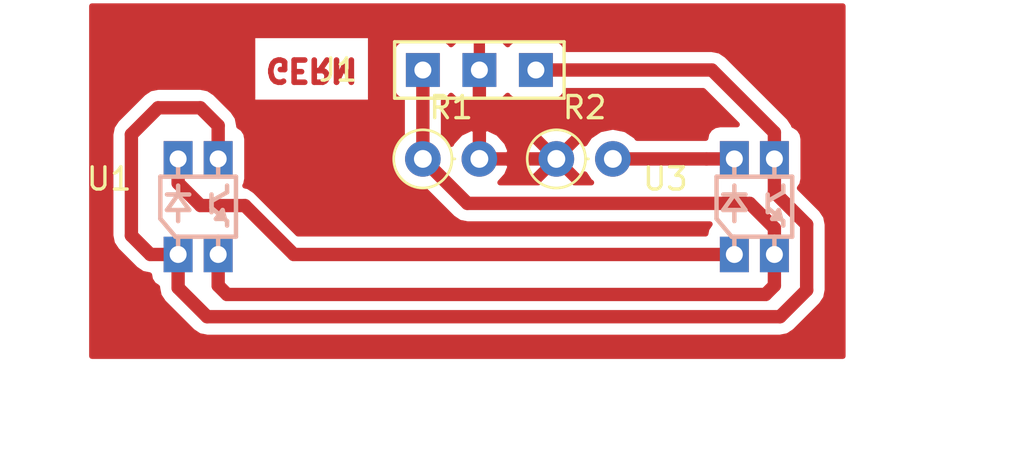
<source format=kicad_pcb>
(kicad_pcb (version 4) (host pcbnew 4.0.7)

  (general
    (links 10)
    (no_connects 5)
    (area 0 0 0 0)
    (thickness 1.6)
    (drawings 3)
    (tracks 36)
    (zones 0)
    (modules 5)
    (nets 6)
  )

  (page A4)
  (layers
    (0 F.Cu signal)
    (31 B.Cu signal)
    (32 B.Adhes user)
    (33 F.Adhes user)
    (34 B.Paste user)
    (35 F.Paste user)
    (36 B.SilkS user)
    (37 F.SilkS user)
    (38 B.Mask user)
    (39 F.Mask user)
    (40 Dwgs.User user)
    (41 Cmts.User user)
    (42 Eco1.User user)
    (43 Eco2.User user)
    (44 Edge.Cuts user)
    (45 Margin user)
    (46 B.CrtYd user)
    (47 F.CrtYd user)
    (48 B.Fab user)
    (49 F.Fab user)
  )

  (setup
    (last_trace_width 0.6)
    (trace_clearance 0.4)
    (zone_clearance 0.508)
    (zone_45_only yes)
    (trace_min 0.2)
    (segment_width 0.2)
    (edge_width 0.15)
    (via_size 0.6)
    (via_drill 0.4)
    (via_min_size 0.4)
    (via_min_drill 0.3)
    (uvia_size 0.3)
    (uvia_drill 0.1)
    (uvias_allowed no)
    (uvia_min_size 0.2)
    (uvia_min_drill 0.1)
    (pcb_text_width 0.3)
    (pcb_text_size 1.5 1.5)
    (mod_edge_width 0.15)
    (mod_text_size 1 1)
    (mod_text_width 0.15)
    (pad_size 1.524 1.524)
    (pad_drill 0.762)
    (pad_to_mask_clearance 0.2)
    (aux_axis_origin 0 0)
    (visible_elements 7FFFFFFF)
    (pcbplotparams
      (layerselection 0x00000_00000001)
      (usegerberextensions false)
      (excludeedgelayer true)
      (linewidth 0.100000)
      (plotframeref false)
      (viasonmask false)
      (mode 1)
      (useauxorigin false)
      (hpglpennumber 1)
      (hpglpenspeed 20)
      (hpglpendiameter 15)
      (hpglpenoverlay 2)
      (psnegative false)
      (psa4output false)
      (plotreference false)
      (plotvalue false)
      (plotinvisibletext false)
      (padsonsilk false)
      (subtractmaskfromsilk false)
      (outputformat 4)
      (mirror false)
      (drillshape 1)
      (scaleselection 1)
      (outputdirectory ""))
  )

  (net 0 "")
  (net 1 /VCC)
  (net 2 /GND)
  (net 3 /Out)
  (net 4 "Net-(R2-Pad2)")
  (net 5 "Net-(U1-Pad2)")

  (net_class Default "Esta é a classe de net default."
    (clearance 0.4)
    (trace_width 0.6)
    (via_dia 0.6)
    (via_drill 0.4)
    (uvia_dia 0.3)
    (uvia_drill 0.1)
    (add_net /GND)
    (add_net /Out)
    (add_net /VCC)
    (add_net "Net-(R2-Pad2)")
    (add_net "Net-(U1-Pad2)")
  )

  (module FootLibAlan:barra3pins (layer F.Cu) (tedit 5A7DFFE2) (tstamp 5B89CD49)
    (at 153.54 91 180)
    (path /5B6DFC83)
    (fp_text reference J1 (at 6.35 0 180) (layer F.SilkS)
      (effects (font (size 1 1) (thickness 0.15)))
    )
    (fp_text value Conn_01x03_Female (at 0 -2.54 180) (layer F.Fab)
      (effects (font (size 1 1) (thickness 0.15)))
    )
    (fp_line (start -3.81 1.27) (end 3.81 1.27) (layer F.SilkS) (width 0.15))
    (fp_line (start 3.81 1.27) (end 3.81 -1.27) (layer F.SilkS) (width 0.15))
    (fp_line (start 3.81 -1.27) (end -3.81 -1.27) (layer F.SilkS) (width 0.15))
    (fp_line (start -3.81 -1.27) (end -3.81 1.27) (layer F.SilkS) (width 0.15))
    (pad 1 thru_hole rect (at -2.54 0 180) (size 1.524 1.524) (drill 0.762) (layers *.Cu *.Mask)
      (net 1 /VCC))
    (pad 2 thru_hole rect (at 0 0 180) (size 1.524 1.524) (drill 0.762) (layers *.Cu *.Mask)
      (net 2 /GND))
    (pad 3 thru_hole rect (at 2.54 0 180) (size 1.524 1.524) (drill 0.762) (layers *.Cu *.Mask)
      (net 3 /Out))
  )

  (module Resistors_THT:R_Axial_DIN0207_L6.3mm_D2.5mm_P2.54mm_Vertical (layer F.Cu) (tedit 5874F706) (tstamp 5B89CD57)
    (at 151 95)
    (descr "Resistor, Axial_DIN0207 series, Axial, Vertical, pin pitch=2.54mm, 0.25W = 1/4W, length*diameter=6.3*2.5mm^2, http://cdn-reichelt.de/documents/datenblatt/B400/1_4W%23YAG.pdf")
    (tags "Resistor Axial_DIN0207 series Axial Vertical pin pitch 2.54mm 0.25W = 1/4W length 6.3mm diameter 2.5mm")
    (path /5B6DFE82)
    (fp_text reference R1 (at 1.27 -2.31) (layer F.SilkS)
      (effects (font (size 1 1) (thickness 0.15)))
    )
    (fp_text value R (at 1.27 2.31) (layer F.Fab)
      (effects (font (size 1 1) (thickness 0.15)))
    )
    (fp_circle (center 0 0) (end 1.25 0) (layer F.Fab) (width 0.1))
    (fp_circle (center 0 0) (end 1.31 0) (layer F.SilkS) (width 0.12))
    (fp_line (start 0 0) (end 2.54 0) (layer F.Fab) (width 0.1))
    (fp_line (start 1.31 0) (end 1.44 0) (layer F.SilkS) (width 0.12))
    (fp_line (start -1.6 -1.6) (end -1.6 1.6) (layer F.CrtYd) (width 0.05))
    (fp_line (start -1.6 1.6) (end 3.65 1.6) (layer F.CrtYd) (width 0.05))
    (fp_line (start 3.65 1.6) (end 3.65 -1.6) (layer F.CrtYd) (width 0.05))
    (fp_line (start 3.65 -1.6) (end -1.6 -1.6) (layer F.CrtYd) (width 0.05))
    (pad 1 thru_hole circle (at 0 0) (size 1.6 1.6) (drill 0.8) (layers *.Cu *.Mask)
      (net 3 /Out))
    (pad 2 thru_hole oval (at 2.54 0) (size 1.6 1.6) (drill 0.8) (layers *.Cu *.Mask)
      (net 2 /GND))
    (model ${KISYS3DMOD}/Resistors_THT.3dshapes/R_Axial_DIN0207_L6.3mm_D2.5mm_P2.54mm_Vertical.wrl
      (at (xyz 0 0 0))
      (scale (xyz 0.393701 0.393701 0.393701))
      (rotate (xyz 0 0 0))
    )
  )

  (module Resistors_THT:R_Axial_DIN0207_L6.3mm_D2.5mm_P2.54mm_Vertical (layer F.Cu) (tedit 5874F706) (tstamp 5B89CD65)
    (at 157 95)
    (descr "Resistor, Axial_DIN0207 series, Axial, Vertical, pin pitch=2.54mm, 0.25W = 1/4W, length*diameter=6.3*2.5mm^2, http://cdn-reichelt.de/documents/datenblatt/B400/1_4W%23YAG.pdf")
    (tags "Resistor Axial_DIN0207 series Axial Vertical pin pitch 2.54mm 0.25W = 1/4W length 6.3mm diameter 2.5mm")
    (path /5B6DFD73)
    (fp_text reference R2 (at 1.27 -2.31) (layer F.SilkS)
      (effects (font (size 1 1) (thickness 0.15)))
    )
    (fp_text value R (at 1.27 2.31) (layer F.Fab)
      (effects (font (size 1 1) (thickness 0.15)))
    )
    (fp_circle (center 0 0) (end 1.25 0) (layer F.Fab) (width 0.1))
    (fp_circle (center 0 0) (end 1.31 0) (layer F.SilkS) (width 0.12))
    (fp_line (start 0 0) (end 2.54 0) (layer F.Fab) (width 0.1))
    (fp_line (start 1.31 0) (end 1.44 0) (layer F.SilkS) (width 0.12))
    (fp_line (start -1.6 -1.6) (end -1.6 1.6) (layer F.CrtYd) (width 0.05))
    (fp_line (start -1.6 1.6) (end 3.65 1.6) (layer F.CrtYd) (width 0.05))
    (fp_line (start 3.65 1.6) (end 3.65 -1.6) (layer F.CrtYd) (width 0.05))
    (fp_line (start 3.65 -1.6) (end -1.6 -1.6) (layer F.CrtYd) (width 0.05))
    (pad 1 thru_hole circle (at 0 0) (size 1.6 1.6) (drill 0.8) (layers *.Cu *.Mask)
      (net 2 /GND))
    (pad 2 thru_hole oval (at 2.54 0) (size 1.6 1.6) (drill 0.8) (layers *.Cu *.Mask)
      (net 4 "Net-(R2-Pad2)"))
    (model ${KISYS3DMOD}/Resistors_THT.3dshapes/R_Axial_DIN0207_L6.3mm_D2.5mm_P2.54mm_Vertical.wrl
      (at (xyz 0 0 0))
      (scale (xyz 0.393701 0.393701 0.393701))
      (rotate (xyz 0 0 0))
    )
  )

  (module FootLibAlan:QRE1113_SMD (layer F.Cu) (tedit 5B89E56F) (tstamp 5B89EFB6)
    (at 139.2 95.8)
    (path /5B6DFB36)
    (fp_text reference U1 (at -2.3 0.1) (layer F.SilkS)
      (effects (font (size 1 1) (thickness 0.15)))
    )
    (fp_text value QRE1113 (at -3.7 -1.6) (layer F.Fab)
      (effects (font (size 1 1) (thickness 0.15)))
    )
    (fp_line (start 2.6 -0.8) (end 2.6 0) (layer B.SilkS) (width 0.2))
    (fp_line (start 0.8 0) (end 0.8 -0.8) (layer B.SilkS) (width 0.2))
    (fp_line (start 0.8 3.5) (end 0.8 2.7) (layer B.SilkS) (width 0.2))
    (fp_line (start 2.6 3.5) (end 2.6 2.7) (layer B.SilkS) (width 0.2))
    (fp_line (start 3 2) (end 3 2.2) (layer B.SilkS) (width 0.2))
    (fp_line (start 2.3 0.8) (end 2.3 1.6) (layer B.SilkS) (width 0.2))
    (fp_line (start 3 0.7) (end 3 0.4) (layer B.SilkS) (width 0.2))
    (fp_line (start 2.3 1.1) (end 3 0.7) (layer B.SilkS) (width 0.2))
    (fp_line (start 2.3 1.4) (end 2.3 1.1) (layer B.SilkS) (width 0.2))
    (fp_line (start 2.9 1.9) (end 2.5 1.9) (layer B.SilkS) (width 0.2))
    (fp_line (start 2.8 1.5) (end 2.9 1.9) (layer B.SilkS) (width 0.2))
    (fp_line (start 2.5 1.9) (end 2.8 1.5) (layer B.SilkS) (width 0.2))
    (fp_line (start 3 2) (end 2.3 1.4) (layer B.SilkS) (width 0.2))
    (fp_line (start 0.8 0.8) (end 0.8 0.4) (layer B.SilkS) (width 0.2))
    (fp_line (start 0.8 1.5) (end 0.8 2) (layer B.SilkS) (width 0.2))
    (fp_line (start 1.3 0.8) (end 0.3 0.8) (layer B.SilkS) (width 0.2))
    (fp_line (start 0.8 0.8) (end 0.3 1.5) (layer B.SilkS) (width 0.2))
    (fp_line (start 1.3 1.5) (end 0.8 0.8) (layer B.SilkS) (width 0.2))
    (fp_line (start 0.3 1.5) (end 1.3 1.5) (layer B.SilkS) (width 0.2))
    (fp_line (start 0 1.89) (end 0 0) (layer B.SilkS) (width 0.2))
    (fp_line (start 0.68 2.7) (end 0 1.89) (layer B.SilkS) (width 0.2))
    (fp_line (start 3.4 2.7) (end 0.68 2.7) (layer B.SilkS) (width 0.2))
    (fp_line (start 3.4 0) (end 3.4 2.7) (layer B.SilkS) (width 0.2))
    (fp_line (start 0 0) (end 3.4 0) (layer B.SilkS) (width 0.2))
    (pad 1 thru_hole rect (at 0.8 3.5) (size 1.3 1.6) (drill 0.762) (layers *.Cu *.Mask)
      (net 1 /VCC))
    (pad 2 thru_hole rect (at 0.8 -0.8) (size 1.3 1.6) (drill 0.762) (layers *.Cu *.Mask)
      (net 5 "Net-(U1-Pad2)"))
    (pad 3 thru_hole rect (at 2.6 -0.8) (size 1.3 1.6) (drill 0.762) (layers *.Cu *.Mask)
      (net 1 /VCC))
    (pad 4 thru_hole rect (at 2.6 3.5) (size 1.3 1.6) (drill 0.762) (layers *.Cu *.Mask)
      (net 3 /Out))
  )

  (module FootLibAlan:QRE1113_SMD (layer F.Cu) (tedit 5B89E56F) (tstamp 5B89EFD6)
    (at 164.2 95.8)
    (path /5B6DFB5E)
    (fp_text reference U3 (at -2.3 0.1) (layer F.SilkS)
      (effects (font (size 1 1) (thickness 0.15)))
    )
    (fp_text value QRE1113 (at -3.7 -1.6) (layer F.Fab)
      (effects (font (size 1 1) (thickness 0.15)))
    )
    (fp_line (start 2.6 -0.8) (end 2.6 0) (layer B.SilkS) (width 0.2))
    (fp_line (start 0.8 0) (end 0.8 -0.8) (layer B.SilkS) (width 0.2))
    (fp_line (start 0.8 3.5) (end 0.8 2.7) (layer B.SilkS) (width 0.2))
    (fp_line (start 2.6 3.5) (end 2.6 2.7) (layer B.SilkS) (width 0.2))
    (fp_line (start 3 2) (end 3 2.2) (layer B.SilkS) (width 0.2))
    (fp_line (start 2.3 0.8) (end 2.3 1.6) (layer B.SilkS) (width 0.2))
    (fp_line (start 3 0.7) (end 3 0.4) (layer B.SilkS) (width 0.2))
    (fp_line (start 2.3 1.1) (end 3 0.7) (layer B.SilkS) (width 0.2))
    (fp_line (start 2.3 1.4) (end 2.3 1.1) (layer B.SilkS) (width 0.2))
    (fp_line (start 2.9 1.9) (end 2.5 1.9) (layer B.SilkS) (width 0.2))
    (fp_line (start 2.8 1.5) (end 2.9 1.9) (layer B.SilkS) (width 0.2))
    (fp_line (start 2.5 1.9) (end 2.8 1.5) (layer B.SilkS) (width 0.2))
    (fp_line (start 3 2) (end 2.3 1.4) (layer B.SilkS) (width 0.2))
    (fp_line (start 0.8 0.8) (end 0.8 0.4) (layer B.SilkS) (width 0.2))
    (fp_line (start 0.8 1.5) (end 0.8 2) (layer B.SilkS) (width 0.2))
    (fp_line (start 1.3 0.8) (end 0.3 0.8) (layer B.SilkS) (width 0.2))
    (fp_line (start 0.8 0.8) (end 0.3 1.5) (layer B.SilkS) (width 0.2))
    (fp_line (start 1.3 1.5) (end 0.8 0.8) (layer B.SilkS) (width 0.2))
    (fp_line (start 0.3 1.5) (end 1.3 1.5) (layer B.SilkS) (width 0.2))
    (fp_line (start 0 1.89) (end 0 0) (layer B.SilkS) (width 0.2))
    (fp_line (start 0.68 2.7) (end 0 1.89) (layer B.SilkS) (width 0.2))
    (fp_line (start 3.4 2.7) (end 0.68 2.7) (layer B.SilkS) (width 0.2))
    (fp_line (start 3.4 0) (end 3.4 2.7) (layer B.SilkS) (width 0.2))
    (fp_line (start 0 0) (end 3.4 0) (layer B.SilkS) (width 0.2))
    (pad 1 thru_hole rect (at 0.8 3.5) (size 1.3 1.6) (drill 0.762) (layers *.Cu *.Mask)
      (net 5 "Net-(U1-Pad2)"))
    (pad 2 thru_hole rect (at 0.8 -0.8) (size 1.3 1.6) (drill 0.762) (layers *.Cu *.Mask)
      (net 4 "Net-(R2-Pad2)"))
    (pad 3 thru_hole rect (at 2.6 -0.8) (size 1.3 1.6) (drill 0.762) (layers *.Cu *.Mask)
      (net 1 /VCC))
    (pad 4 thru_hole rect (at 2.6 3.5) (size 1.3 1.6) (drill 0.762) (layers *.Cu *.Mask)
      (net 3 /Out))
  )

  (gr_text GERM (at 146 91 180) (layer F.Cu)
    (effects (font (size 1 1) (thickness 0.25)) (justify mirror))
  )
  (dimension 16 (width 0.3) (layer B.Paste)
    (gr_text 16,000mm (at 175.35 96 270) (layer B.Paste)
      (effects (font (size 1.5 1.5) (thickness 0.3)))
    )
    (feature1 (pts (xy 171 104) (xy 176.7 104)))
    (feature2 (pts (xy 171 88) (xy 176.7 88)))
    (crossbar (pts (xy 174 88) (xy 174 104)))
    (arrow1a (pts (xy 174 104) (xy 173.413579 102.873496)))
    (arrow1b (pts (xy 174 104) (xy 174.586421 102.873496)))
    (arrow2a (pts (xy 174 88) (xy 173.413579 89.126504)))
    (arrow2b (pts (xy 174 88) (xy 174.586421 89.126504)))
  )
  (dimension 34 (width 0.3) (layer B.Paste)
    (gr_text 34,000mm (at 153 109.35) (layer B.Paste)
      (effects (font (size 1.5 1.5) (thickness 0.3)))
    )
    (feature1 (pts (xy 170 105) (xy 170 110.7)))
    (feature2 (pts (xy 136 105) (xy 136 110.7)))
    (crossbar (pts (xy 136 108) (xy 170 108)))
    (arrow1a (pts (xy 170 108) (xy 168.873496 108.586421)))
    (arrow1b (pts (xy 170 108) (xy 168.873496 107.413579)))
    (arrow2a (pts (xy 136 108) (xy 137.126504 108.586421)))
    (arrow2b (pts (xy 136 108) (xy 137.126504 107.413579)))
  )

  (segment (start 156.08 91) (end 163.990002 91) (width 0.6) (layer F.Cu) (net 1))
  (segment (start 163.990002 91) (end 166.8 93.809998) (width 0.6) (layer F.Cu) (net 1))
  (segment (start 166.8 93.809998) (end 166.8 95) (width 0.6) (layer F.Cu) (net 1))
  (segment (start 168.250001 97.950001) (end 166.8 96.5) (width 0.6) (layer F.Cu) (net 1))
  (segment (start 166.8 96.5) (end 166.8 95) (width 0.6) (layer F.Cu) (net 1))
  (segment (start 168.250001 100.905648) (end 167.055638 102.100011) (width 0.6) (layer F.Cu) (net 1))
  (segment (start 167.055638 102.100011) (end 141.300011 102.100011) (width 0.6) (layer F.Cu) (net 1))
  (segment (start 141.300011 102.100011) (end 140 100.8) (width 0.6) (layer F.Cu) (net 1))
  (segment (start 140 99.3) (end 140 100.8) (width 0.6) (layer F.Cu) (net 1))
  (segment (start 168.250001 100.905648) (end 168.250001 97.950001) (width 0.6) (layer F.Cu) (net 1))
  (segment (start 139.1 92.7) (end 141 92.7) (width 0.6) (layer F.Cu) (net 1))
  (segment (start 141 92.7) (end 141.8 93.5) (width 0.6) (layer F.Cu) (net 1))
  (segment (start 141.8 93.5) (end 141.8 95) (width 0.6) (layer F.Cu) (net 1))
  (segment (start 137.9 93.9) (end 139.1 92.7) (width 0.6) (layer F.Cu) (net 1))
  (segment (start 137.9 98.45) (end 137.9 93.9) (width 0.6) (layer F.Cu) (net 1))
  (segment (start 140 99.3) (end 138.75 99.3) (width 0.6) (layer F.Cu) (net 1))
  (segment (start 138.75 99.3) (end 137.9 98.45) (width 0.6) (layer F.Cu) (net 1))
  (segment (start 153.54 95) (end 157 95) (width 0.6) (layer F.Cu) (net 2))
  (segment (start 153.54 91) (end 153.54 95) (width 0.6) (layer F.Cu) (net 2))
  (segment (start 141.8 99.3) (end 141.8 100.7) (width 0.6) (layer F.Cu) (net 3))
  (segment (start 141.8 100.7) (end 142.200001 101.100001) (width 0.6) (layer F.Cu) (net 3))
  (segment (start 142.200001 101.100001) (end 166.399999 101.100001) (width 0.6) (layer F.Cu) (net 3))
  (segment (start 166.399999 101.100001) (end 166.8 100.7) (width 0.6) (layer F.Cu) (net 3))
  (segment (start 166.8 100.7) (end 166.8 99.3) (width 0.6) (layer F.Cu) (net 3))
  (segment (start 166.8 99.3) (end 166.8 98.109998) (width 0.6) (layer F.Cu) (net 3))
  (segment (start 166.8 98.109998) (end 165.690002 97) (width 0.6) (layer F.Cu) (net 3))
  (segment (start 165.690002 97) (end 153 97) (width 0.6) (layer F.Cu) (net 3))
  (segment (start 153 97) (end 151 95) (width 0.6) (layer F.Cu) (net 3))
  (segment (start 151 91) (end 151 95) (width 0.6) (layer F.Cu) (net 3))
  (segment (start 163.75 95) (end 159.54 95) (width 0.6) (layer F.Cu) (net 4))
  (segment (start 165 95) (end 163.75 95) (width 0.6) (layer F.Cu) (net 4))
  (segment (start 140 95) (end 140 96.090002) (width 0.6) (layer F.Cu) (net 5))
  (segment (start 140 96.090002) (end 141.009998 97.1) (width 0.6) (layer F.Cu) (net 5))
  (segment (start 141.009998 97.1) (end 143 97.1) (width 0.6) (layer F.Cu) (net 5))
  (segment (start 145.2 99.3) (end 143 97.1) (width 0.6) (layer F.Cu) (net 5))
  (segment (start 165 99.3) (end 145.2 99.3) (width 0.6) (layer F.Cu) (net 5))

  (zone (net 2) (net_name /GND) (layer F.Cu) (tstamp 0) (hatch edge 0.508)
    (connect_pads (clearance 0.508))
    (min_thickness 0.254)
    (fill yes (arc_segments 16) (thermal_gap 0.508) (thermal_bridge_width 0.508))
    (polygon
      (pts
        (xy 136 88) (xy 170 88) (xy 170 104) (xy 136 104)
      )
    )
    (filled_polygon
      (pts
        (xy 169.873 103.873) (xy 136.127 103.873) (xy 136.127 93.9) (xy 136.965 93.9) (xy 136.965 98.45)
        (xy 137.036173 98.807809) (xy 137.238855 99.111145) (xy 138.088855 99.961145) (xy 138.392191 100.163827) (xy 138.451556 100.175636)
        (xy 138.707557 100.226558) (xy 138.746838 100.435317) (xy 138.88591 100.651441) (xy 139.065 100.773808) (xy 139.065 100.8)
        (xy 139.136173 101.157809) (xy 139.338855 101.461145) (xy 140.638866 102.761156) (xy 140.942202 102.963838) (xy 141.300011 103.035011)
        (xy 167.055638 103.035011) (xy 167.413447 102.963838) (xy 167.716783 102.761156) (xy 168.911146 101.566793) (xy 169.113828 101.263457)
        (xy 169.185001 100.905648) (xy 169.185001 97.950001) (xy 169.113828 97.592192) (xy 168.911146 97.288856) (xy 167.935919 96.313629)
        (xy 168.046431 96.15189) (xy 168.09744 95.9) (xy 168.09744 94.1) (xy 168.053162 93.864683) (xy 167.91409 93.648559)
        (xy 167.70189 93.503569) (xy 167.672879 93.497694) (xy 167.663827 93.452189) (xy 167.461145 93.148853) (xy 164.651147 90.338855)
        (xy 164.347811 90.136173) (xy 163.990002 90.065) (xy 157.456888 90.065) (xy 157.445162 90.002683) (xy 157.30609 89.786559)
        (xy 157.09389 89.641569) (xy 156.842 89.59056) (xy 155.318 89.59056) (xy 155.082683 89.634838) (xy 154.866559 89.77391)
        (xy 154.813537 89.851511) (xy 154.661698 89.699673) (xy 154.428309 89.603) (xy 153.82575 89.603) (xy 153.667 89.76175)
        (xy 153.667 90.873) (xy 153.687 90.873) (xy 153.687 91.127) (xy 153.667 91.127) (xy 153.667 92.23825)
        (xy 153.82575 92.397) (xy 154.428309 92.397) (xy 154.661698 92.300327) (xy 154.812671 92.149354) (xy 154.85391 92.213441)
        (xy 155.06611 92.358431) (xy 155.318 92.40944) (xy 156.842 92.40944) (xy 157.077317 92.365162) (xy 157.293441 92.22609)
        (xy 157.438431 92.01389) (xy 157.454407 91.935) (xy 163.602712 91.935) (xy 165.120272 93.45256) (xy 164.35 93.45256)
        (xy 164.114683 93.496838) (xy 163.898559 93.63591) (xy 163.753569 93.84811) (xy 163.709648 94.065) (xy 160.636064 94.065)
        (xy 160.582811 93.985302) (xy 160.117264 93.674233) (xy 159.568113 93.565) (xy 159.511887 93.565) (xy 158.962736 93.674233)
        (xy 158.497189 93.985302) (xy 158.280321 94.309868) (xy 158.253864 94.245995) (xy 158.007745 94.171861) (xy 157.179605 95)
        (xy 158.007745 95.828139) (xy 158.253864 95.754005) (xy 158.278046 95.686728) (xy 158.497189 96.014698) (xy 158.572471 96.065)
        (xy 157.810893 96.065) (xy 157.828139 96.007745) (xy 157 95.179605) (xy 156.171861 96.007745) (xy 156.189107 96.065)
        (xy 154.474297 96.065) (xy 154.771041 95.737423) (xy 154.931904 95.349039) (xy 154.809915 95.127) (xy 153.667 95.127)
        (xy 153.667 95.147) (xy 153.413 95.147) (xy 153.413 95.127) (xy 153.393 95.127) (xy 153.393 94.873)
        (xy 153.413 94.873) (xy 153.413 93.729371) (xy 153.667 93.729371) (xy 153.667 94.873) (xy 154.809915 94.873)
        (xy 154.859238 94.783223) (xy 155.553035 94.783223) (xy 155.580222 95.353454) (xy 155.746136 95.754005) (xy 155.992255 95.828139)
        (xy 156.820395 95) (xy 155.992255 94.171861) (xy 155.746136 94.245995) (xy 155.553035 94.783223) (xy 154.859238 94.783223)
        (xy 154.931904 94.650961) (xy 154.771041 94.262577) (xy 154.526164 93.992255) (xy 156.171861 93.992255) (xy 157 94.820395)
        (xy 157.828139 93.992255) (xy 157.754005 93.746136) (xy 157.216777 93.553035) (xy 156.646546 93.580222) (xy 156.245995 93.746136)
        (xy 156.171861 93.992255) (xy 154.526164 93.992255) (xy 154.395134 93.847611) (xy 153.889041 93.608086) (xy 153.667 93.729371)
        (xy 153.413 93.729371) (xy 153.190959 93.608086) (xy 152.684866 93.847611) (xy 152.308959 94.262577) (xy 152.27843 94.336285)
        (xy 152.217243 94.1882) (xy 151.935 93.905464) (xy 151.935 92.376888) (xy 151.997317 92.365162) (xy 152.213441 92.22609)
        (xy 152.266463 92.148489) (xy 152.418302 92.300327) (xy 152.651691 92.397) (xy 153.25425 92.397) (xy 153.413 92.23825)
        (xy 153.413 91.127) (xy 153.393 91.127) (xy 153.393 90.873) (xy 153.413 90.873) (xy 153.413 89.76175)
        (xy 153.25425 89.603) (xy 152.651691 89.603) (xy 152.418302 89.699673) (xy 152.267329 89.850646) (xy 152.22609 89.786559)
        (xy 152.01389 89.641569) (xy 151.762 89.59056) (xy 150.238 89.59056) (xy 150.002683 89.634838) (xy 149.786559 89.77391)
        (xy 149.641569 89.98611) (xy 149.59056 90.238) (xy 149.59056 91.762) (xy 149.634838 91.997317) (xy 149.77391 92.213441)
        (xy 149.98611 92.358431) (xy 150.065 92.374407) (xy 150.065 93.905742) (xy 149.784176 94.186077) (xy 149.56525 94.713309)
        (xy 149.564752 95.284187) (xy 149.782757 95.8118) (xy 150.186077 96.215824) (xy 150.713309 96.43475) (xy 151.112808 96.435098)
        (xy 152.338855 97.661145) (xy 152.642191 97.863827) (xy 153 97.935) (xy 163.899973 97.935) (xy 163.898559 97.93591)
        (xy 163.753569 98.14811) (xy 163.709648 98.365) (xy 145.38729 98.365) (xy 143.461145 96.438855) (xy 143.157809 96.236173)
        (xy 143.00906 96.206585) (xy 143.046431 96.15189) (xy 143.09744 95.9) (xy 143.09744 94.1) (xy 143.053162 93.864683)
        (xy 142.91409 93.648559) (xy 142.735 93.526192) (xy 142.735 93.5) (xy 142.663827 93.142191) (xy 142.461145 92.838855)
        (xy 141.661145 92.038855) (xy 141.357809 91.836173) (xy 141 91.765) (xy 139.1 91.765) (xy 138.742191 91.836173)
        (xy 138.438855 92.038855) (xy 137.238855 93.238855) (xy 137.036173 93.542191) (xy 136.965 93.9) (xy 136.127 93.9)
        (xy 136.127 89.44) (xy 143.34119 89.44) (xy 143.34119 92.46) (xy 148.658809 92.46) (xy 148.658809 89.44)
        (xy 143.34119 89.44) (xy 136.127 89.44) (xy 136.127 88.127) (xy 169.873 88.127)
      )
    )
  )
)

</source>
